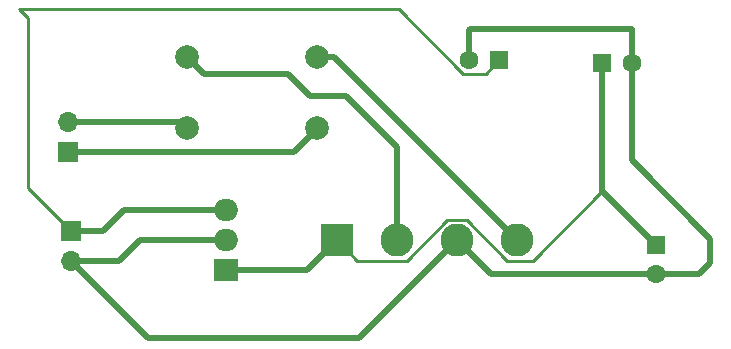
<source format=gbr>
%TF.GenerationSoftware,KiCad,Pcbnew,(5.1.9)-1*%
%TF.CreationDate,2021-03-20T21:52:50+03:00*%
%TF.ProjectId,Canl_Yay_n,43616e6c-3159-4617-9931-6e2e6b696361,rev?*%
%TF.SameCoordinates,Original*%
%TF.FileFunction,Copper,L2,Bot*%
%TF.FilePolarity,Positive*%
%FSLAX46Y46*%
G04 Gerber Fmt 4.6, Leading zero omitted, Abs format (unit mm)*
G04 Created by KiCad (PCBNEW (5.1.9)-1) date 2021-03-20 21:52:50*
%MOMM*%
%LPD*%
G01*
G04 APERTURE LIST*
%TA.AperFunction,ComponentPad*%
%ADD10R,1.600000X1.600000*%
%TD*%
%TA.AperFunction,ComponentPad*%
%ADD11C,1.600000*%
%TD*%
%TA.AperFunction,ComponentPad*%
%ADD12C,2.800000*%
%TD*%
%TA.AperFunction,ComponentPad*%
%ADD13R,2.800000X2.800000*%
%TD*%
%TA.AperFunction,ComponentPad*%
%ADD14R,1.700000X1.700000*%
%TD*%
%TA.AperFunction,ComponentPad*%
%ADD15O,1.700000X1.700000*%
%TD*%
%TA.AperFunction,ComponentPad*%
%ADD16C,2.000000*%
%TD*%
%TA.AperFunction,ComponentPad*%
%ADD17R,2.000000X1.905000*%
%TD*%
%TA.AperFunction,ComponentPad*%
%ADD18O,2.000000X1.905000*%
%TD*%
%TA.AperFunction,Conductor*%
%ADD19C,0.500000*%
%TD*%
%TA.AperFunction,Conductor*%
%ADD20C,0.250000*%
%TD*%
G04 APERTURE END LIST*
D10*
%TO.P,C1,1*%
%TO.N,Net-(C1-Pad1)*%
X78105000Y-41148000D03*
D11*
%TO.P,C1,2*%
%TO.N,GND*%
X78105000Y-43648000D03*
%TD*%
D10*
%TO.P,C2,1*%
%TO.N,Net-(C1-Pad1)*%
X73533000Y-25781000D03*
D11*
%TO.P,C2,2*%
%TO.N,GND*%
X76033000Y-25781000D03*
%TD*%
%TO.P,C3,2*%
%TO.N,GND*%
X62270000Y-25527000D03*
D10*
%TO.P,C3,1*%
%TO.N,Net-(C3-Pad1)*%
X64770000Y-25527000D03*
%TD*%
D12*
%TO.P,D1,4*%
%TO.N,Net-(D1-Pad4)*%
X66294000Y-40767000D03*
%TO.P,D1,3*%
%TO.N,GND*%
X61214000Y-40767000D03*
%TO.P,D1,2*%
%TO.N,Net-(D1-Pad2)*%
X56134000Y-40767000D03*
D13*
%TO.P,D1,1*%
%TO.N,Net-(C1-Pad1)*%
X51054000Y-40767000D03*
%TD*%
D14*
%TO.P,J1,1*%
%TO.N,Net-(J1-Pad1)*%
X28321000Y-33274000D03*
D15*
%TO.P,J1,2*%
%TO.N,Net-(J1-Pad2)*%
X28321000Y-30734000D03*
%TD*%
D14*
%TO.P,J2,1*%
%TO.N,Net-(C3-Pad1)*%
X28575000Y-40005000D03*
D15*
%TO.P,J2,2*%
%TO.N,GND*%
X28575000Y-42545000D03*
%TD*%
D16*
%TO.P,T1,1*%
%TO.N,Net-(J1-Pad2)*%
X38354000Y-31242000D03*
%TO.P,T1,2*%
%TO.N,Net-(J1-Pad1)*%
X49354000Y-31242000D03*
%TO.P,T1,3*%
%TO.N,Net-(D1-Pad2)*%
X38354000Y-25242000D03*
%TO.P,T1,4*%
%TO.N,Net-(D1-Pad4)*%
X49354000Y-25242000D03*
%TD*%
D17*
%TO.P,U1,1*%
%TO.N,Net-(C1-Pad1)*%
X41656000Y-43307000D03*
D18*
%TO.P,U1,2*%
%TO.N,GND*%
X41656000Y-40767000D03*
%TO.P,U1,3*%
%TO.N,Net-(C3-Pad1)*%
X41656000Y-38227000D03*
%TD*%
D19*
%TO.N,Net-(C1-Pad1)*%
X48514000Y-43307000D02*
X51054000Y-40767000D01*
X41656000Y-43307000D02*
X48514000Y-43307000D01*
X73533000Y-36576000D02*
X78105000Y-41148000D01*
X73533000Y-25781000D02*
X73533000Y-36576000D01*
D20*
X52779001Y-42492001D02*
X51054000Y-40767000D01*
X56962001Y-42492001D02*
X52779001Y-42492001D01*
X60412003Y-39041999D02*
X56962001Y-42492001D01*
X65492003Y-42492001D02*
X62042001Y-39041999D01*
X62042001Y-39041999D02*
X60412003Y-39041999D01*
X67616999Y-42492001D02*
X65492003Y-42492001D01*
X73533000Y-36576000D02*
X67616999Y-42492001D01*
D19*
%TO.N,GND*%
X28575000Y-42545000D02*
X32639000Y-42545000D01*
X34417000Y-40767000D02*
X41656000Y-40767000D01*
X32639000Y-42545000D02*
X34417000Y-40767000D01*
X52959000Y-49022000D02*
X61214000Y-40767000D01*
X35052000Y-49022000D02*
X52959000Y-49022000D01*
X28575000Y-42545000D02*
X35052000Y-49022000D01*
X62270000Y-25527000D02*
X62270000Y-22947000D01*
X62270000Y-22947000D02*
X62357000Y-22860000D01*
X62357000Y-22860000D02*
X76073000Y-22860000D01*
X76073000Y-25741000D02*
X76033000Y-25781000D01*
X76073000Y-22860000D02*
X76073000Y-25741000D01*
X76033000Y-25781000D02*
X76033000Y-33996000D01*
X76033000Y-33996000D02*
X82677000Y-40640000D01*
X82677000Y-40640000D02*
X82677000Y-42672000D01*
X81701000Y-43648000D02*
X78105000Y-43648000D01*
X82677000Y-42672000D02*
X81701000Y-43648000D01*
X64095000Y-43648000D02*
X61214000Y-40767000D01*
X78105000Y-43648000D02*
X64095000Y-43648000D01*
%TO.N,Net-(C3-Pad1)*%
X28575000Y-40005000D02*
X31242000Y-40005000D01*
X33020000Y-38227000D02*
X41656000Y-38227000D01*
X31242000Y-40005000D02*
X33020000Y-38227000D01*
D20*
X61729999Y-26652001D02*
X56286998Y-21209000D01*
X63644999Y-26652001D02*
X61729999Y-26652001D01*
X64770000Y-25527000D02*
X63644999Y-26652001D01*
X56286998Y-21209000D02*
X24130000Y-21209000D01*
X24130000Y-21209000D02*
X24892000Y-21971000D01*
X24892000Y-36322000D02*
X28575000Y-40005000D01*
X24892000Y-21971000D02*
X24892000Y-36322000D01*
D19*
%TO.N,Net-(D1-Pad4)*%
X50769000Y-25242000D02*
X66294000Y-40767000D01*
X49354000Y-25242000D02*
X50769000Y-25242000D01*
%TO.N,Net-(D1-Pad2)*%
X39804001Y-26692001D02*
X46885001Y-26692001D01*
X38354000Y-25242000D02*
X39804001Y-26692001D01*
X46885001Y-26692001D02*
X48768000Y-28575000D01*
X48768000Y-28575000D02*
X51816000Y-28575000D01*
X56134000Y-32893000D02*
X56134000Y-40767000D01*
X51816000Y-28575000D02*
X56134000Y-32893000D01*
%TO.N,Net-(J1-Pad1)*%
X47449000Y-33274000D02*
X49481000Y-31242000D01*
X28321000Y-33274000D02*
X47449000Y-33274000D01*
%TO.N,Net-(J1-Pad2)*%
X37973000Y-30734000D02*
X38481000Y-31242000D01*
X28321000Y-30734000D02*
X37973000Y-30734000D01*
%TD*%
M02*

</source>
